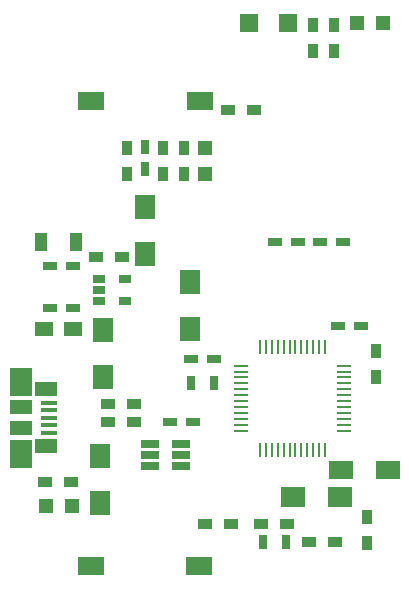
<source format=gbr>
G04 #@! TF.FileFunction,Paste,Top*
%FSLAX46Y46*%
G04 Gerber Fmt 4.6, Leading zero omitted, Abs format (unit mm)*
G04 Created by KiCad (PCBNEW 4.0.6) date Sat Apr  8 16:24:09 2017*
%MOMM*%
%LPD*%
G01*
G04 APERTURE LIST*
%ADD10C,0.050000*%
%ADD11R,1.200000X0.750000*%
%ADD12R,1.500000X1.250000*%
%ADD13R,1.000000X1.600000*%
%ADD14R,0.750000X1.200000*%
%ADD15R,1.200000X1.200000*%
%ADD16R,1.200000X0.900000*%
%ADD17R,0.900000X1.200000*%
%ADD18R,2.180000X1.600000*%
%ADD19R,1.560000X0.650000*%
%ADD20R,0.250000X1.300000*%
%ADD21R,1.300000X0.250000*%
%ADD22R,1.500000X1.500000*%
%ADD23R,2.000000X1.600000*%
%ADD24R,2.000000X1.700000*%
%ADD25R,1.700000X2.000000*%
%ADD26R,1.060000X0.650000*%
%ADD27R,0.700000X1.300000*%
%ADD28R,1.900000X2.375000*%
%ADD29R,1.900000X1.175000*%
%ADD30R,1.900000X1.147000*%
%ADD31R,1.380000X0.381000*%
G04 APERTURE END LIST*
D10*
D11*
X83754000Y-115824000D03*
X81854000Y-115824000D03*
X100904000Y-110236000D03*
X102804000Y-110236000D03*
D12*
X81300000Y-117602000D03*
X83800000Y-117602000D03*
D11*
X106614000Y-110236000D03*
X104714000Y-110236000D03*
X93792000Y-120142000D03*
X95692000Y-120142000D03*
D13*
X84050000Y-110236000D03*
X81050000Y-110236000D03*
D11*
X83754000Y-112268000D03*
X81854000Y-112268000D03*
X93914000Y-125476000D03*
X92014000Y-125476000D03*
D14*
X89916000Y-104074000D03*
X89916000Y-102174000D03*
D11*
X106238000Y-117348000D03*
X108138000Y-117348000D03*
D15*
X83661208Y-132585382D03*
X81461208Y-132585382D03*
X94996000Y-102278000D03*
X94996000Y-104478000D03*
X110066000Y-91694000D03*
X107866000Y-91694000D03*
D16*
X83650000Y-130556000D03*
X81450000Y-130556000D03*
D17*
X93218000Y-104478000D03*
X93218000Y-102278000D03*
D16*
X88984000Y-125476000D03*
X86784000Y-125476000D03*
X88984000Y-123952000D03*
X86784000Y-123952000D03*
X87968000Y-111506000D03*
X85768000Y-111506000D03*
X101938000Y-134112000D03*
X99738000Y-134112000D03*
X94996000Y-134112000D03*
X97196000Y-134112000D03*
X106002000Y-135636000D03*
X103802000Y-135636000D03*
D17*
X108712000Y-135720000D03*
X108712000Y-133520000D03*
X88392000Y-102278000D03*
X88392000Y-104478000D03*
X91440000Y-104478000D03*
X91440000Y-102278000D03*
X105918000Y-91864000D03*
X105918000Y-94064000D03*
X104140000Y-91864000D03*
X104140000Y-94064000D03*
D18*
X85275200Y-137617200D03*
X94455200Y-137617200D03*
D19*
X90264000Y-127320000D03*
X90264000Y-128270000D03*
X90264000Y-129220000D03*
X92964000Y-129220000D03*
X92964000Y-127320000D03*
X92964000Y-128270000D03*
D20*
X105112000Y-119094000D03*
X104612000Y-119094000D03*
X104112000Y-119094000D03*
X103612000Y-119094000D03*
X103112000Y-119094000D03*
X102612000Y-119094000D03*
X102112000Y-119094000D03*
X101612000Y-119094000D03*
X101112000Y-119094000D03*
X100612000Y-119094000D03*
X100112000Y-119094000D03*
X99612000Y-119094000D03*
D21*
X98012000Y-120694000D03*
X98012000Y-121194000D03*
X98012000Y-121694000D03*
X98012000Y-122194000D03*
X98012000Y-122694000D03*
X98012000Y-123194000D03*
X98012000Y-123694000D03*
X98012000Y-124194000D03*
X98012000Y-124694000D03*
X98012000Y-125194000D03*
X98012000Y-125694000D03*
X98012000Y-126194000D03*
D20*
X99612000Y-127794000D03*
X100112000Y-127794000D03*
X100612000Y-127794000D03*
X101112000Y-127794000D03*
X101612000Y-127794000D03*
X102112000Y-127794000D03*
X102612000Y-127794000D03*
X103112000Y-127794000D03*
X103612000Y-127794000D03*
X104112000Y-127794000D03*
X104612000Y-127794000D03*
X105112000Y-127794000D03*
D21*
X106712000Y-126194000D03*
X106712000Y-125694000D03*
X106712000Y-125194000D03*
X106712000Y-124694000D03*
X106712000Y-124194000D03*
X106712000Y-123694000D03*
X106712000Y-123194000D03*
X106712000Y-122694000D03*
X106712000Y-122194000D03*
X106712000Y-121694000D03*
X106712000Y-121194000D03*
X106712000Y-120694000D03*
D16*
X99144000Y-99060000D03*
X96944000Y-99060000D03*
D17*
X109410500Y-121623000D03*
X109410500Y-119423000D03*
D22*
X98680000Y-91694000D03*
X101980000Y-91694000D03*
D23*
X106458000Y-129540000D03*
X110458000Y-129540000D03*
D24*
X106394000Y-131826000D03*
X102394000Y-131826000D03*
D25*
X86360000Y-121634000D03*
X86360000Y-117634000D03*
D26*
X86022000Y-113350000D03*
X86022000Y-114300000D03*
X86022000Y-115250000D03*
X88222000Y-115250000D03*
X88222000Y-113350000D03*
D25*
X93726000Y-117570000D03*
X93726000Y-113570000D03*
X89916000Y-107220000D03*
X89916000Y-111220000D03*
D27*
X95692000Y-122174000D03*
X93792000Y-122174000D03*
X101788000Y-135636000D03*
X99888000Y-135636000D03*
D28*
X79375000Y-122047000D03*
X79375000Y-128143000D03*
D29*
X79375000Y-124206000D03*
X79375000Y-125984000D03*
D30*
X81534000Y-122682000D03*
X81534000Y-127508000D03*
D31*
X81788000Y-123825000D03*
X81788000Y-124460000D03*
X81788000Y-125095000D03*
X81788000Y-125730000D03*
X81788000Y-126365000D03*
D18*
X85326000Y-98298000D03*
X94506000Y-98298000D03*
D25*
X86106000Y-128302000D03*
X86106000Y-132302000D03*
M02*

</source>
